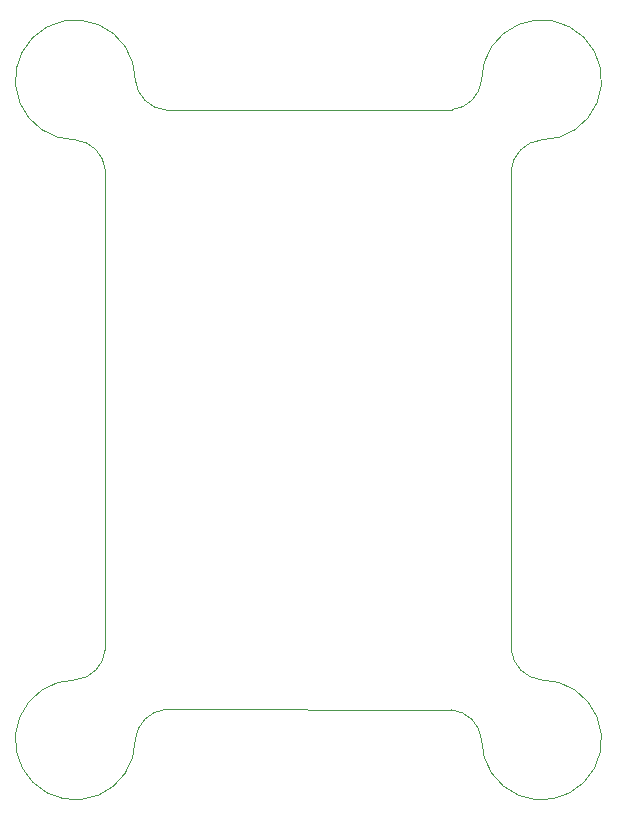
<source format=gbr>
%TF.GenerationSoftware,KiCad,Pcbnew,7.0.6*%
%TF.CreationDate,2023-09-15T11:55:10+02:00*%
%TF.ProjectId,l293d-motor-controller,6c323933-642d-46d6-9f74-6f722d636f6e,rev?*%
%TF.SameCoordinates,Original*%
%TF.FileFunction,Profile,NP*%
%FSLAX46Y46*%
G04 Gerber Fmt 4.6, Leading zero omitted, Abs format (unit mm)*
G04 Created by KiCad (PCBNEW 7.0.6) date 2023-09-15 11:55:10*
%MOMM*%
%LPD*%
G01*
G04 APERTURE LIST*
%TA.AperFunction,Profile*%
%ADD10C,0.100000*%
%TD*%
G04 APERTURE END LIST*
D10*
X142240000Y-99060000D02*
G75*
G03*
X137160000Y-93980000I0J5080000D01*
G01*
X134648360Y-96498974D02*
G75*
G03*
X137160000Y-93980000I-253060J2763974D01*
G01*
X137160000Y-149860000D02*
G75*
G03*
X142240000Y-144780000I5080000J0D01*
G01*
X110398301Y-147281444D02*
G75*
G03*
X107840000Y-149860000I257599J-2813956D01*
G01*
X102760000Y-144780000D02*
G75*
G03*
X107840000Y-149860000I0J-5080000D01*
G01*
X110398301Y-147281444D02*
X134564557Y-147315922D01*
X139659879Y-142203673D02*
X139655371Y-101696812D01*
X134648360Y-96498974D02*
X110435443Y-96524078D01*
X107840000Y-93980000D02*
G75*
G03*
X102760000Y-99060000I-5080000J0D01*
G01*
X142240000Y-99060001D02*
G75*
G03*
X139655371Y-101696812I260000J-2839999D01*
G01*
X107839981Y-93980002D02*
G75*
G03*
X110435443Y-96524077I2795419J255902D01*
G01*
X105300449Y-101599958D02*
G75*
G03*
X102760000Y-99060002I-2795849J-255942D01*
G01*
X137160019Y-149859998D02*
G75*
G03*
X134564557Y-147315923I-2795419J-255902D01*
G01*
X102760002Y-144780019D02*
G75*
G03*
X105304077Y-142184557I-255902J2795419D01*
G01*
X105300450Y-101599958D02*
X105304078Y-142184557D01*
X139659879Y-142203673D02*
G75*
G03*
X142240000Y-144780000I2835521J259573D01*
G01*
M02*

</source>
